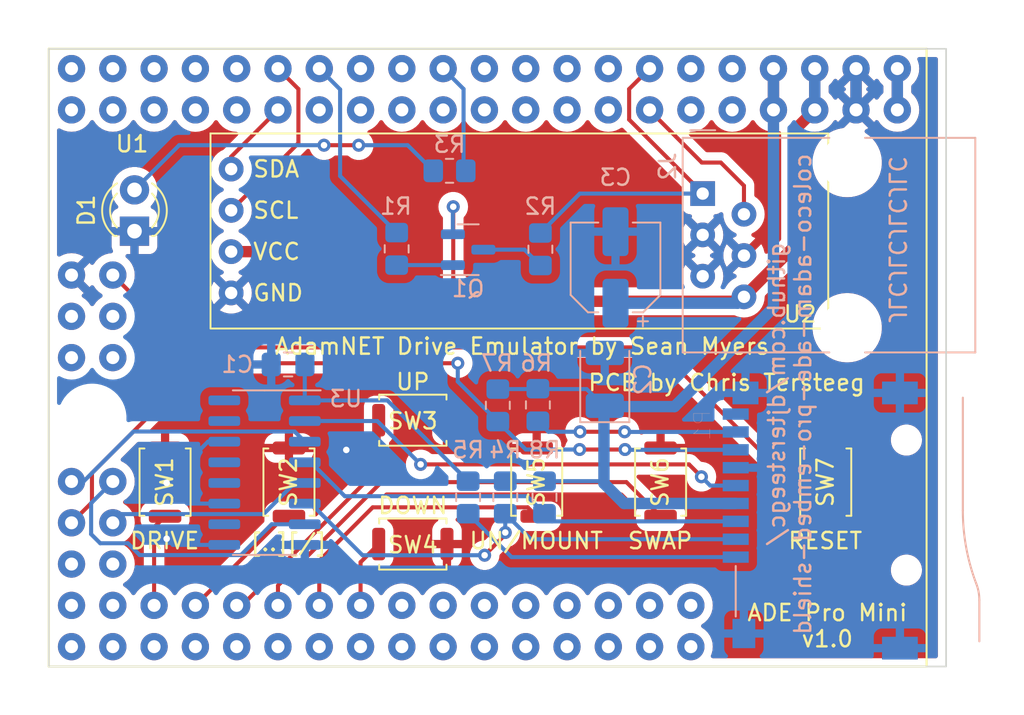
<source format=kicad_pcb>
(kicad_pcb (version 20211014) (generator pcbnew)
  (layers (0 "F.Cu" signal) (31 "B.Cu" signal) (34 "B.Paste" user) (35 "F.Paste" user) (36 "B.SilkS" user "B.Silkscreen") (37 "F.SilkS" user "F.Silkscreen") (38 "B.Mask" user) (39 "F.Mask" user) (44 "Edge.Cuts" user))
  (net 0 "")
  (net 1 "Net-(U1-PadVIN_1)")
  (net 61 "/D33")
  (net 62 "/D35")
  (net 63 "/D37")
  (net 64 "/D43")
  (net 65 "/D41")
  (net 66 "/D39")
  (net 67 "/AdamNetRx")
  (net 68 "/AdamNetReset")
  (net 69 "GND")
  (net 70 "+5V")
  (net 71 "/AdamNetTx")
  (net 72 "/RESET")
  (net 73 "/D21")
  (net 74 "/D20")
  (net 75 "Net-(D1-Pad2)")
  (net 76 "/D13")
  (net 77 "Net-(Q1-Pad1)")
  (net 78 "Net-(Q1-Pad3)")
  (net 79 "+3.3V")
  (net 80 "Net-(P1-Pad1)")
  (net 81 "Net-(P1-Pad2)")
  (net 82 "Net-(P1-Pad3)")
  (net 83 "Net-(P1-Pad5)")
  (net 84 "/MISO")
  (net 85 "Net-(P1-Pad8)")
  (net 86 "/CS")
  (net 87 "/SCK")
  (net 88 "/MOSI")
  (footprint "Button_Switch_SMD:SW_Push_SPST_NO_Alps_SKRK" (layer "F.Cu") (at 134.775 92.6592 90)
    (fp_text reference "SW2" (at 0 -0.028 90) (layer "F.SilkS"))
    (fp_text value "[..][/]" (at -3.7338 -0.028 180) (layer "F.SilkS"))
    (fp_line (start -2.07 -1.27) (end -2.07 -1.57) (layer "F.SilkS") (width 0.12))
    (fp_line (start -2.07 -1.57) (end 2.07 -1.57) (layer "F.SilkS") (width 0.12))
    (fp_line (start 2.07 -1.57) (end 2.07 -1.27) (layer "F.SilkS") (width 0.12))
    (fp_line (start 2.07 1.27) (end 2.07 1.57) (layer "F.SilkS") (width 0.12))
    (fp_line (start 2.07 1.57) (end -2.07 1.57) (layer "F.SilkS") (width 0.12))
    (fp_line (start -2.07 1.57) (end -2.07 1.27) (layer "F.SilkS") (width 0.12))
    (pad "1" smd roundrect (at -2.1 0 90) (size 0.8 2) (layers "F.Cu" "F.Paste" "F.Mask") (net 65 "/D41"))
    (pad "2" smd roundrect (at 2.1 0 90) (size 0.8 2) (layers "F.Cu" "F.Paste" "F.Mask") (net 69 "GND"))
  )
  (footprint "Button_Switch_SMD:SW_Push_SPST_NO_Alps_SKRK" (layer "F.Cu") (at 142.395 88.8492)
    (fp_text reference "SW3" (at 0 0.0508) (layer "F.SilkS"))
    (fp_text value "UP" (at 0 -2.3622) (layer "F.SilkS"))
    (fp_line (start 2.07 1.27) (end 2.07 1.57) (layer "F.SilkS") (width 0.12))
    (fp_line (start -2.07 -1.57) (end 2.07 -1.57) (layer "F.SilkS") (width 0.12))
    (fp_line (start 2.07 -1.57) (end 2.07 -1.27) (layer "F.SilkS") (width 0.12))
    (fp_line (start 2.07 1.57) (end -2.07 1.57) (layer "F.SilkS") (width 0.12))
    (fp_line (start -2.07 -1.27) (end -2.07 -1.57) (layer "F.SilkS") (width 0.12))
    (fp_line (start -2.07 1.57) (end -2.07 1.27) (layer "F.SilkS") (width 0.12))
    (pad "1" smd roundrect (at -2.1 0) (size 0.8 2) (layers "F.Cu" "F.Paste" "F.Mask") (net 66 "/D39"))
    (pad "2" smd roundrect (at 2.1 0) (size 0.8 2) (layers "F.Cu" "F.Paste" "F.Mask") (net 69 "GND"))
  )
  (footprint "Button_Switch_SMD:SW_Push_SPST_NO_Alps_SKRK" (layer "F.Cu") (at 157.635 92.6592 90)
    (fp_text reference "SW6" (at 0 -0.028 90) (layer "F.SilkS"))
    (fp_text value "SWAP" (at -3.6068 -0.028 180) (layer "F.SilkS"))
    (fp_line (start -2.07 -1.27) (end -2.07 -1.57) (layer "F.SilkS") (width 0.12))
    (fp_line (start 2.07 1.27) (end 2.07 1.57) (layer "F.SilkS") (width 0.12))
    (fp_line (start -2.07 1.57) (end -2.07 1.27) (layer "F.SilkS") (width 0.12))
    (fp_line (start 2.07 -1.57) (end 2.07 -1.27) (layer "F.SilkS") (width 0.12))
    (fp_line (start -2.07 -1.57) (end 2.07 -1.57) (layer "F.SilkS") (width 0.12))
    (fp_line (start 2.07 1.57) (end -2.07 1.57) (layer "F.SilkS") (width 0.12))
    (pad "1" smd roundrect (at -2.1 0 90) (size 0.8 2) (layers "F.Cu" "F.Paste" "F.Mask") (net 63 "/D37"))
    (pad "2" smd roundrect (at 2.1 0 90) (size 0.8 2) (layers "F.Cu" "F.Paste" "F.Mask") (net 69 "GND"))
  )
  (footprint "LED_THT:LED_D3.0mm" (layer "F.Cu") (at 125.2728 77.221 90)
    (fp_text reference "D1" (at 1.27 -2.96 90) (layer "F.SilkS"))
    (fp_text value "LED")
    (fp_line (start -0.29 -1.236) (end -0.29 -1.08) (layer "F.SilkS") (width 0.12))
    (fp_line (start -0.29 1.08) (end -0.29 1.236) (layer "F.SilkS") (width 0.12))
    (fp_arc (start 0.229039 -1.08) (mid 1.270117 -1.5) (end 2.31113 -1.079837) (layer "F.SilkS") (width 0.12))
    (fp_arc (start 2.31113 1.079837) (mid 1.270117 1.5) (end 0.229039 1.08) (layer "F.SilkS") (width 0.12))
    (fp_arc (start -0.29 -1.235516) (mid 1.366487 -1.987659) (end 2.942335 -1.078608) (layer "F.SilkS") (width 0.12))
    (fp_arc (start 2.942335 1.078608) (mid 1.366487 1.987659) (end -0.29 1.235516) (layer "F.SilkS") (width 0.12))
    (pad "1" thru_hole rect (at 0 0 90) (size 1.8 1.8) (drill 0.9) (layers *.Cu *.Mask) (net 69 "GND"))
    (pad "2" thru_hole circle (at 2.54 0 90) (size 1.8 1.8) (drill 0.9) (layers *.Cu *.Mask) (net 75 "Net-(D1-Pad2)"))
  )
  (footprint "Button_Switch_SMD:SW_Push_SPST_NO_Alps_SKRK" (layer "F.Cu") (at 167.795 92.6592 90)
    (fp_text reference "SW7" (at 0 -0.028 90) (layer "F.SilkS"))
    (fp_text value "RESET" (at -3.6068 -0.028 180) (layer "F.SilkS"))
    (fp_line (start -2.07 -1.27) (end -2.07 -1.57) (layer "F.SilkS") (width 0.12))
    (fp_line (start 2.07 1.27) (end 2.07 1.57) (layer "F.SilkS") (width 0.12))
    (fp_line (start -2.07 1.57) (end -2.07 1.27) (layer "F.SilkS") (width 0.12))
    (fp_line (start 2.07 -1.57) (end 2.07 -1.27) (layer "F.SilkS") (width 0.12))
    (fp_line (start -2.07 -1.57) (end 2.07 -1.57) (layer "F.SilkS") (width 0.12))
    (fp_line (start 2.07 1.57) (end -2.07 1.57) (layer "F.SilkS") (width 0.12))
    (pad "1" smd roundrect (at -2.1 0 90) (size 0.8 2) (layers "F.Cu" "F.Paste" "F.Mask") (net 72 "/RESET"))
    (pad "2" smd roundrect (at 2.1 0 90) (size 0.8 2) (layers "F.Cu" "F.Paste" "F.Mask") (net 69 "GND"))
  )
  (footprint "Button_Switch_SMD:SW_Push_SPST_NO_Alps_SKRK" (layer "F.Cu") (at 150.015 92.6592 90)
    (fp_text reference "SW5" (at 0 -0.028 90) (layer "F.SilkS"))
    (fp_text value "UN/MOUNT" (at -3.6068 -0.028 180) (layer "F.SilkS"))
    (fp_line (start -2.07 1.57) (end -2.07 1.27) (layer "F.SilkS") (width 0.12))
    (fp_line (start -2.07 -1.57) (end 2.07 -1.57) (layer "F.SilkS") (width 0.12))
    (fp_line (start 2.07 -1.57) (end 2.07 -1.27) (layer "F.SilkS") (width 0.12))
    (fp_line (start 2.07 1.57) (end -2.07 1.57) (layer "F.SilkS") (width 0.12))
    (fp_line (start -2.07 -1.27) (end -2.07 -1.57) (layer "F.SilkS") (width 0.12))
    (fp_line (start 2.07 1.27) (end 2.07 1.57) (layer "F.SilkS") (width 0.12))
    (pad "1" smd roundrect (at -2.1 0 90) (size 0.8 2) (layers "F.Cu" "F.Paste" "F.Mask") (net 62 "/D35"))
    (pad "2" smd roundrect (at 2.1 0 90) (size 0.8 2) (layers "F.Cu" "F.Paste" "F.Mask") (net 69 "GND"))
  )
  (footprint "SnapEDA Library:MODULE_MEGA_PRO_EMBED_CH340G___ATMEGA2560" (layer "F.Cu") (at 147 85 180)
    (fp_text reference "U1" (at 21.8796 13.1434) (layer "F.SilkS"))
    (fp_text value "MEGA_PRO_EMBED_CH340G_{slash}_ATMEGA2560")
    (fp_line (start -27 19) (end -27 -19) (layer "F.SilkS") (width 0.127))
    (fp_line (start -27 19) (end 27 19) (layer "F.SilkS") (width 0.127))
    (fp_line (start 27 19) (end 27 -19) (layer "F.SilkS") (width 0.127))
    (fp_line (start -27 -19) (end 27 -19) (layer "F.SilkS") (width 0.127))
    (pad "" np_thru_hole circle (at 24.33 -3.71 180) (size 3.2 3.2) (drill 3.2) (layers F&B.Cu *.Mask))
    (pad "3V3_1" thru_hole circle (at -17.58 17.78 180) (size 1.6764 1.6764) (drill 0.8) (layers *.Cu *.Mask) (net 79 "+3.3V"))
    (pad "3V3_2" thru_hole circle (at -17.58 15.24 180) (size 1.6764 1.6764) (drill 0.8) (layers *.Cu *.Mask) (net 79 "+3.3V"))
    (pad "5V_1" thru_hole circle (at -20.12 17.78 180) (size 1.6764 1.6764) (drill 0.8) (layers *.Cu *.Mask) (net 70 "+5V"))
    (pad "5V_2" thru_hole circle (at -20.12 15.24 180) (size 1.6764 1.6764) (drill 0.8) (layers *.Cu *.Mask) (net 70 "+5V"))
    (pad "5V_3" thru_hole circle (at 25.6 0 180) (size 1.6764 1.6764) (drill 0.8) (layers *.Cu *.Mask) (net 70 "+5V"))
    (pad "A0" thru_hole circle (at -12.5 -17.78 180) (size 1.6764 1.6764) (drill 0.8) (layers *.Cu *.Mask))
    (pad "A1" thru_hole circle (at -12.5 -15.24 180) (size 1.6764 1.6764) (drill 0.8) (layers *.Cu *.Mask))
    (pad "A2" thru_hole circle (at -9.96 -17.78 180) (size 1.6764 1.6764) (drill 0.8) (layers *.Cu *.Mask))
    (pad "A3" thru_hole circle (at -9.96 -15.24 180) (size 1.6764 1.6764) (drill 0.8) (layers *.Cu *.Mask))
    (pad "A4" thru_hole circle (at -7.42 -17.78 180) (size 1.6764 1.6764) (drill 0.8) (layers *.Cu *.Mask))
    (pad "A5" thru_hole circle (at -7.42 -15.24 180) (size 1.6764 1.6764) (drill 0.8) (layers *.Cu *.Mask))
    (pad "A6" thru_hole circle (at -4.88 -17.78 180) (size 1.6764 1.6764) (drill 0.8) (layers *.Cu *.Mask))
    (pad "A7" thru_hole circle (at -4.88 -15.24 180) (size 1.6764 1.6764) (drill 0.8) (layers *.Cu *.Mask))
    (pad "A8" thru_hole circle (at -2.34 -17.78 180) (size 1.6764 1.6764) (drill 0.8) (layers *.Cu *.Mask))
    (pad "A9" thru_hole circle (at -2.34 -15.24 180) (size 1.6764 1.6764) (drill 0.8) (layers *.Cu *.Mask))
    (pad "A10" thru_hole circle (at 0.2 -17.78 180) (size 1.6764 1.6764) (drill 0.8) (layers *.Cu *.Mask))
    (pad "A11" thru_hole circle (at 0.2 -15.24 180) (size 1.6764 1.6764) (drill 0.8) (layers *.Cu *.Mask))
    (pad "A12" thru_hole circle (at 2.74 -17.78 180) (size 1.6764 1.6764) (drill 0.8) (layers *.Cu *.Mask))
    (pad "A13" thru_hole circle (at 2.74 -15.24 180) (size 1.6764 1.6764) (drill 0.8) (layers *.Cu *.Mask))
    (pad "A14" thru_hole circle (at 5.28 -17.78 180) (size 1.6764 1.6764) (drill 0.8) (layers *.Cu *.Mask))
    (pad "A15" thru_hole circle (at 5.28 -15.24 180) (size 1.6764 1.6764) (drill 0.8) (layers *.Cu *.Mask))
    (pad "AREF" thru_hole circle (at -15.04 15.24 180) (size 1.6764 1.6764) (drill 0.8) (layers *.Cu *.Mask))
    (pad "D2" thru_hole circle (at -9.96 15.24 180) (size 1.6764 1.6764) (drill 0.8) (layers *.Cu *.Mask) (net 68 "/AdamNetReset"))
    (pad "D3" thru_hole circle (at -9.96 17.78 180) (size 1.6764 1.6764) (drill 0.8) (layers *.Cu *.Mask) (net 67 "/AdamNetRx"))
    (pad "D4" thru_hole circle (at -7.42 15.24 180) (size 1.6764 1.6764) (drill 0.8) (layers *.Cu *.Mask))
    (pad "D5" thru_hole circle (at -7.42 17.78 180) (size 1.6764 1.6764) (drill 0.8) (layers *.Cu *.Mask))
    (pad "D6" thru_hole circle (at -4.88 15.24 180) (size 1.6764 1.6764) (drill 0.8) (layers *.Cu *.Mask))
    (pad "D7" thru_hole circle (at -4.88 17.78 180) (size 1.6764 1.6764) (drill 0.8) (layers *.Cu *.Mask))
    (pad "D8" thru_hole circle (at -2.34 15.24 180) (size 1.6764 1.6764) (drill 0.8) (layers *.Cu *.Mask))
    (pad "D9" thru_hole circle (at -2.34 17.78 180) (size 1.6764 1.6764) (drill 0.8) (layers *.Cu *.Mask))
    (pad "D10" thru_hole circle (at 0.2 15.24 180) (size 1.6764 1.6764) (drill 0.8) (layers *.Cu *.Mask))
    (pad "D11" thru_hole circle (at 0.2 17.78 180) (size 1.6764 1.6764) (drill 0.8) (layers *.Cu *.Mask))
    (pad "D12" thru_hole circle (at 2.74 15.24 180) (size 1.6764 1.6764) (drill 0.8) (layers *.Cu *.Mask))
    (pad "D13" thru_hole circle (at 2.74 17.78 180) (size 1.6764 1.6764) (drill 0.8) (layers *.Cu *.Mask) (net 76 "/D13"))
    (pad "D14" thru_hole circle (at 5.28 15.24 180) (size 1.6764 1.6764) (drill 0.8) (layers *.Cu *.Mask))
    (pad "D15" thru_hole circle (at 5.28 17.78 180) (size 1.6764 1.6764) (drill 0.8) (layers *.Cu *.Mask))
    (pad "D16" thru_hole circle (at 7.82 15.24 180) (size 1.6764 1.6764) (drill 0.8) (layers *.Cu *.Mask))
    (pad "D17" thru_hole circle (at 7.82 17.78 180) (size 1.6764 1.6764) (drill 0.8) (layers *.Cu *.Mask))
    (pad "D18" thru_hole circle (at 10.36 15.24 180) (size 1.6764 1.6764) (drill 0.8) (layers *.Cu *.Mask))
    (pad "D19" thru_hole circle (at 10.36 17.78 180) (size 1.6764 1.6764) (drill 0.8) (layers *.Cu *.Mask) (net 71 "/AdamNetTx"))
    (pad "D20" thru_hole circle (at 12.9 15.24 180) (size 1.6764 1.6764) (drill 0.8) (layers *.Cu *.Mask) (net 74 "/D20"))
    (pad "D21" thru_hole circle (at 12.9 17.78 180) (size 1.6764 1.6764) (drill 0.8) (layers *.Cu *.Mask) (net 73 "/D21"))
    (pad "D22" thru_hole circle (at 15.44 15.24 180) (size 1.6764 1.6764) (drill 0.8) (layers *.Cu *.Mask))
    (pad "D23" thru_hole circle (at 15.44 17.78 180) (size 1.6764 1.6764) (drill 0.8) (layers *.Cu *.Mask))
    (pad "D24" thru_hole circle (at 17.98 15.24 180) (size 1.6764 1.6764) (drill 0.8) (layers *.Cu *.Mask))
    (pad "D25" thru_hole circle (at 17.98 17.78 180) (size 1.6764 1.6764) (drill 0.8) (layers *.Cu *.Mask))
    (pad "D26" thru_hole circle (at 20.52 15.24 180) (size 1.6764 1.6764) (drill 0.8) (layers *.Cu *.Mask))
    (pad "D27" thru_hole circle (at 20.52 17.78 180) (size 1.6764 1.6764) (drill 0.8) (layers *.Cu *.Mask))
    (pad "D28" thru_hole circle (at 23.06 15.24 180) (size 1.6764 1.6764) (drill 0.8) (layers *.Cu *.Mask))
    (pad "D29" thru_hole circle (at 23.06 17.78 180) (size 1.6764 1.6764) (drill 0.8) (layers *.Cu *.Mask))
    (pad "D30" thru_hole circle (at 25.6 15.24 180) (size 1.6764 1.6764) (drill 0.8) (layers *.Cu *.Mask))
    (pad "D31" thru_hole circle (at 25.6 17.78 180) (size 1.6764 1.6764) (drill 0.8) (layers *.Cu *.Mask))
    (pad "D32" thru_hole circle (at 7.82 -17.78 180) (size 1.6764 1.6764) (drill 0.8) (layers *.Cu *.Mask))
    (pad "D33" thru_hole circle (at 7.82 -15.24 180) (size 1.6764 1.6764) (drill 0.8) (layers *.Cu *.Mask) (net 61 "/D33"))
    (pad "D34" thru_hole circle (at 10.36 -17.78 180) (size 1.6764 1.6764) (drill 0.8) (layers *.Cu *.Mask))
    (pad "D35" thru_hole circle (at 10.36 -15.24 180) (size 1.6764 1.6764) (drill 0.8) (layers *.Cu *.Mask) (net 62 "/D35"))
    (pad "D36" thru_hole circle (at 12.9 -17.78 180) (size 1.6764 1.6764) (drill 0.8) (layers *.Cu *.Mask))
    (pad "D37" thru_hole circle (at 12.9 -15.24 180) (size 1.6764 1.6764) (drill 0.8) (layers *.Cu *.Mask) (net 63 "/D37"))
    (pad "D38" thru_hole circle (at 15.44 -17.78 180) (size 1.6764 1.6764) (drill 0.8) (layers *.Cu *.Mask))
    (pad "D39" thru_hole circle (at 15.44 -15.24 180) (size 1.6764 1.6764) (drill 0.8) (layers *.Cu *.Mask) (net 66 "/D39"))
    (pad "D40" thru_hole circle (at 17.98 -17.78 180) (size 1.6764 1.6764) (drill 0.8) (layers *.Cu *.Mask))
    (pad "D41" thru_hole circle (at 17.98 -15.24 180) (size 1.6764 1.6764) (drill 0.8) (layers *.Cu *.Mask) (net 65 "/D41"))
    (pad "D42" thru_hole circle (at 20.52 -17.78 180) (size 1.6764 1.6764) (drill 0.8) (layers *.Cu *.Mask))
    (pad "D43" thru_hole circle (at 20.52 -15.24 180) (size 1.6764 1.6764) (drill 0.8) (layers *.Cu *.Mask) (net 64 "/D43"))
    (pad "D44" thru_hole circle (at 23.06 -17.78 180) (size 1.6764 1.6764) (drill 0.8) (layers *.Cu *.Mask))
    (pad "D45" thru_hole circle (at 23.06 -15.24 180) (size 1.6764 1.6764) (drill 0.8) (layers *.Cu *.Mask))
    (pad "D46" thru_hole circle (at 25.6 -17.78 180) (size 1.6764 1.6764) (drill 0.8) (layers *.Cu *.Mask))
    (pad "D47" thru_hole circle (at 25.6 -15.24 180) (size 1.6764 1.6764) (drill 0.8) (layers *.Cu *.Mask))
    (pad "D48" thru_hole circle (at 25.6 -12.7 180) (size 1.6764 1.6764) (drill 0.8) (layers *.Cu *.Mask))
    (pad "D49" thru_hole circle (at 23.06 -12.7 180) (size 1.6764 1.6764) (drill 0.8) (layers *.Cu *.Mask))
    (pad "D50" thru_hole circle (at 25.6 -10.16 180) (size 1.6764 1.6764) (drill 0.8) (layers *.Cu *.Mask) (net 84 "/MISO"))
    (pad "D51" thru_hole circle (at 23.06 -10.16 180) (size 1.6764 1.6764) (drill 0.8) (layers *.Cu *.Mask) (net 88 "/MOSI"))
    (pad "D52" thru_hole circle (at 25.6 -7.62 180) (size 1.6764 1.6764) (drill 0.8) (layers *.Cu *.Mask) (net 87 "/SCK"))
    (pad "D53" thru_hole circle (at 23.06 -7.62 180) (size 1.6764 1.6764) (drill 0.8) (layers *.Cu *.Mask) (net 86 "/CS"))
    (pad "GND_1" thru_hole circle (at -22.66 17.78 180) (size 1.6764 1.6764) (drill 0.8) (layers *.Cu *.Mask) (net 69 "GND"))
    (pad "GND_2" thru_hole circle (at -22.66 15.24 180) (size 1.6764 1.6764) (drill 0.8) (layers *.Cu *.Mask) (net 69 "GND"))
    (pad "GND_3" thru_hole circle (at 25.6 5.08 180) (size 1.6764 1.6764) (drill 0.8) (layers *.Cu *.Mask) (net 69 "GND"))
    (pad "MISO" thru_hole circle (at 23.06 0 180) (size 1.6764 1.6764) (drill 0.8) (layers *.Cu *.Mask))
    (pad "MOSI" thru_hole circle (at 25.6 2.54 180) (size 1.6764 1.6764) (drill 0.8) (layers *.Cu *.Mask))
    (pad "RESET" thru_hole circle (at 23.06 5.08 180) (size 1.6764 1.6764) (drill 0.8) (layers *.Cu *.Mask) (net 72 "/RESET"))
    (pad "RST" thru_hole circle (at -15.04 17.78 180) (size 1.6764 1.6764) (drill 0.8) (layers *.Cu *.Mask))
    (pad "RX" thru_hole circle (at -12.5 15.24 180) (size 1.6764 1.6764) (drill 0.8) (layers *.Cu *.Mask))
    (pad "SCK" thru_hole circle (at 23.06 2.54 180) (size 1.6764 1.6764) (drill 0.8) (layers *.Cu *.Mask))
    (pad "TX" thru_hole circle (at -12.5 17.78 180) (size 1.6764 1.6764) (drill 0.8) (layers *.Cu *.Mask))
    (pad "VIN_1" thru_hole circle (at -25.2 17.78 180) (size 1.6764 1.6764) (drill 0.8) (layers *.Cu *.Mask) (net 1 "Net-(U1-PadVIN_1)"))
    (pad "VIN_2" thru_hole circle (at -25.2 15.24 180) (size 1.6764 1.6764) (drill 0.8) (layers *.Cu *.Mask) (net 1 "Net-(U1-PadVIN_1)"))
  )
  (footprint "Button_Switch_SMD:SW_Push_SPST_NO_Alps_SKRK" (layer "F.Cu") (at 127.155 92.6592 90)
    (fp_text reference "SW1" (at 0 -0.028 90) (layer "F.SilkS"))
    (fp_text value "DRIVE" (at -3.6068 -0.028 180) (layer "F.SilkS"))
    (fp_line (start -2.07 -1.27) (end -2.07 -1.57) (layer "F.SilkS") (width 0.12))
    (fp_line (start 2.07 1.57) (end -2.07 1.57) (layer "F.SilkS") (width 0.12))
    (fp_line (start -2.07 1.57) (end -2.07 1.27) (layer "F.SilkS") (width 0.12))
    (fp_line (start 2.07 1.27) (end 2.07 1.57) (layer "F.SilkS") (width 0.12))
    (fp_line (start 2.07 -1.57) (end 2.07 -1.27) (layer "F.SilkS") (width 0.12))
    (fp_line (start -2.07 -1.57) (end 2.07 -1.57) (layer "F.SilkS") (width 0.12))
    (pad "1" smd roundrect (at -2.1 0 90) (size 0.8 2) (layers "F.Cu" "F.Paste" "F.Mask") (net 64 "/D43"))
    (pad "2" smd roundrect (at 2.1 0 90) (size 0.8 2) (layers "F.Cu" "F.Paste" "F.Mask") (net 69 "GND"))
  )
  (footprint "Tersteeg:OLED-0.91-128x32" (layer "F.Cu") (at 131.22 73.4)
    (fp_text reference "U2" (at 34.9976 8.9214 unlocked) (layer "F.SilkS"))
    (fp_text value "OLED-0.91-128x32")
    (fp_text user "GND" (at 1.27 7.62 unlocked) (layer "F.SilkS") (effects (justify left)))
    (fp_text user "SDA" (at 1.27 0 unlocked) (layer "F.SilkS") (effects (justify left)))
    (fp_text user "VCC" (at 1.27 5.08 unlocked) (layer "F.SilkS") (effects (justify left)))
    (fp_text user "SCL" (at 1.27 2.54 unlocked) (layer "F.SilkS") (effects (justify left)))
    (fp_rect (start -1.27 -2.19) (end 36.73 9.81) (layer "F.SilkS") (width 0.12) (fill none))
    (pad "1" thru_hole circle (at 0 7.62) (size 1.524 1.524) (drill 0.762) (layers *.Cu *.Mask) (net 69 "GND"))
    (pad "2" thru_hole circle (at 0 5.08) (size 1.524 1.524) (drill 0.762) (layers *.Cu *.Mask) (net 70 "+5V"))
    (pad "3" thru_hole circle (at 0 2.54) (size 1.524 1.524) (drill 0.762) (layers *.Cu *.Mask) (net 73 "/D21"))
    (pad "4" thru_hole circle (at 0 0) (size 1.524 1.524) (drill 0.762) (layers *.Cu *.Mask) (net 74 "/D20"))
  )
  (footprint "Button_Switch_SMD:SW_Push_SPST_NO_Alps_SKRK" (layer "F.Cu") (at 142.395 96.4692)
    (fp_text reference "SW4" (at 0 0.0508) (layer "F.SilkS"))
    (fp_text value "DOWN" (at 0 -2.3622) (layer "F.SilkS"))
    (fp_line (start 2.07 1.57) (end -2.07 1.57) (layer "F.SilkS") (width 0.12))
    (fp_line (start -2.07 1.57) (end -2.07 1.27) (layer "F.SilkS") (width 0.12))
    (fp_line (start -2.07 -1.27) (end -2.07 -1.57) (layer "F.SilkS") (width 0.12))
    (fp_line (start 2.07 1.27) (end 2.07 1.57) (layer "F.SilkS") (width 0.12))
    (fp_line (start 2.07 -1.57) (end 2.07 -1.27) (layer "F.SilkS") (width 0.12))
    (fp_line (start -2.07 -1.57) (end 2.07 -1.57) (layer "F.SilkS") (width 0.12))
    (pad "1" smd roundrect (at -2.1 0) (size 0.8 2) (layers "F.Cu" "F.Paste" "F.Mask") (net 61 "/D33"))
    (pad "2" smd roundrect (at 2.1 0) (size 0.8 2) (layers "F.Cu" "F.Paste" "F.Mask") (net 69 "GND"))
  )
  (footprint "Resistor_SMD:R_0805_2012Metric_Pad1.20x1.40mm_HandSolder" (layer "B.Cu") (at 144.653 73.5076)
    (fp_text reference "R3" (at 0 -1.6256) (layer "B.SilkS") (effects (justify mirror)))
    (fp_text value "330R")
    (fp_line (start -0.227064 0.735) (end 0.227064 0.735) (layer "B.SilkS") (width 0.12))
    (fp_line (start -0.227064 -0.735) (end 0.227064 -0.735) (layer "B.SilkS") (width 0.12))
    (pad "1" smd roundrect (at -1 0) (size 1.2 1.4) (layers "B.Cu" "B.Paste" "B.Mask") (roundrect_rratio 0.2083333333) (net 75 "Net-(D1-Pad2)"))
    (pad "2" smd roundrect (at 1 0) (size 1.2 1.4) (layers "B.Cu" "B.Paste" "B.Mask") (roundrect_rratio 0.2083333333) (net 76 "/D13"))
  )
  (footprint "Resistor_SMD:R_0805_2012Metric_Pad1.20x1.40mm_HandSolder" (layer "B.Cu") (at 150.241 78.3336 -90)
    (fp_text reference "R2" (at -2.6416 0 180) (layer "B.SilkS") (effects (justify mirror)))
    (fp_text value "33R")
    (fp_line (start -0.227064 -0.735) (end 0.227064 -0.735) (layer "B.SilkS") (width 0.12))
    (fp_line (start -0.227064 0.735) (end 0.227064 0.735) (layer "B.SilkS") (width 0.12))
    (pad "1" smd roundrect (at -1 0 270) (size 1.2 1.4) (layers "B.Cu" "B.Paste" "B.Mask") (roundrect_rratio 0.2083333333) (net 67 "/AdamNetRx"))
    (pad "2" smd roundrect (at 1 0 270) (size 1.2 1.4) (layers "B.Cu" "B.Paste" "B.Mask") (roundrect_rratio 0.2083333333) (net 78 "Net-(Q1-Pad3)"))
  )
  (footprint "Resistor_SMD:R_0805_2012Metric_Pad1.20x1.40mm_HandSolder" (layer "B.Cu") (at 148.082 93.599 -90)
    (fp_text reference "R4" (at -2.921 0 180) (layer "B.SilkS") (effects (justify mirror)))
    (fp_text value "10K")
    (fp_line (start -0.227064 -0.735) (end 0.227064 -0.735) (layer "B.SilkS") (width 0.12))
    (fp_line (start -0.227064 0.735) (end 0.227064 0.735) (layer "B.SilkS") (width 0.12))
    (pad "1" smd roundrect (at -1 0 270) (size 1.2 1.4) (layers "B.Cu" "B.Paste" "B.Mask") (roundrect_rratio 0.2083333333) (net 79 "+3.3V"))
    (pad "2" smd roundrect (at 1 0 270) (size 1.2 1.4) (layers "B.Cu" "B.Paste" "B.Mask") (roundrect_rratio 0.2083333333) (net 81 "Net-(P1-Pad2)"))
  )
  (footprint "Capacitor_Tantalum_SMD:CP_EIA-3528-21_Kemet-B_Pad1.50x2.35mm_HandSolder" (layer "B.Cu") (at 154.2034 86.3346 90)
    (fp_text reference "C2" (at 0 2.35 270) (layer "B.SilkS") (effects (justify mirror)))
    (fp_text value "47uF 10V")
    (fp_line (start -2.635 1.51) (end -2.635 -1.51) (layer "B.SilkS") (width 0.12))
    (fp_line (start -2.635 -1.51) (end 1.75 -1.51) (layer "B.SilkS") (width 0.12))
    (fp_line (start 1.75 1.51) (end -2.635 1.51) (layer "B.SilkS") (width 0.12))
    (pad "1" smd roundrect (at -1.625 0 90) (size 1.5 2.35) (layers "B.Cu" "B.Paste" "B.Mask") (roundrect_rratio 0.1666673333) (net 79 "+3.3V"))
    (pad "2" smd roundrect (at 1.625 0 90) (size 1.5 2.35) (layers "B.Cu" "B.Paste" "B.Mask") (roundrect_rratio 0.1666673333) (net 69 "GND"))
  )
  (footprint "Resistor_SMD:R_0805_2012Metric_Pad1.20x1.40mm_HandSolder" (layer "B.Cu") (at 150.0886 87.9094 -90)
    (fp_text reference "R6" (at -2.5654 0.1016 180) (layer "B.SilkS") (effects (justify mirror)))
    (fp_text value "10K")
    (fp_line (start -0.227064 -0.735) (end 0.227064 -0.735) (layer "B.SilkS") (width 0.12))
    (fp_line (start -0.227064 0.735) (end 0.227064 0.735) (layer "B.SilkS") (width 0.12))
    (pad "1" smd roundrect (at -1 0 270) (size 1.2 1.4) (layers "B.Cu" "B.Paste" "B.Mask") (roundrect_rratio 0.2083333333) (net 79 "+3.3V"))
    (pad "2" smd roundrect (at 1 0 270) (size 1.2 1.4) (layers "B.Cu" "B.Paste" "B.Mask") (roundrect_rratio 0.2083333333) (net 85 "Net-(P1-Pad8)"))
  )
  (footprint "Capacitor_SMD:C_0805_2012Metric_Pad1.18x1.45mm_HandSolder" (layer "B.Cu") (at 134.7216 85.4202)
    (fp_text reference "C1" (at -3.1242 0) (layer "B.SilkS") (effects (justify mirror)))
    (fp_text value "0.1uF")
    (fp_line (start -0.261252 -0.735) (end 0.261252 -0.735) (layer "B.SilkS") (width 0.12))
    (fp_line (start -0.261252 0.735) (end 0.261252 0.735) (layer "B.SilkS") (width 0.12))
    (pad "1" smd roundrect (at -1.0375 0) (size 1.175 1.45) (layers "B.Cu" "B.Paste" "B.Mask") (roundrect_rratio 0.2127659574) (net 69 "GND"))
    (pad "2" smd roundrect (at 1.0375 0) (size 1.175 1.45) (layers "B.Cu" "B.Paste" "B.Mask") (roundrect_rratio 0.2127659574) (net 79 "+3.3V"))
  )
  (footprint "Connector_RJ:RJ12_Amphenol_54601" (layer "B.Cu") (at 160.2256 74.9096 -90)
    (fp_text reference "J2" (at -1.67 2.16 90) (layer "B.SilkS") (effects (justify mirror)))
    (fp_text value "RJ12")
    (fp_line (start 9.77 1.23) (end 9.77 -7.79) (layer "B.SilkS") (width 0.12))
    (fp_line (start -3.43 -7.72) (end -3.43 -7.79) (layer "B.SilkS") (width 0.1))
    (fp_line (start 9.77 -16.77) (end 9.77 -9.99) (layer "B.SilkS") (width 0.12))
    (fp_line (start 9.77 -16.77) (end -3.43 -16.77) (layer "B.SilkS") (width 0.12))
    (fp_line (start -3.9 -0.77) (end -3.9 0.76) (layer "B.SilkS") (width 0.12))
    (fp_line (start -3.43 -7.79) (end -3.43 1.23) (layer "B.SilkS") (width 0.12))
    (fp_line (start -3.43 -16.77) (end -3.43 -9.99) (layer "B.SilkS") (width 0.12))
    (fp_line (start -3.43 1.23) (end 9.77 1.23) (layer "B.SilkS") (width 0.12))
    (fp_line (start 9.77 -16.65) (end 9.77 -16.77) (layer "B.SilkS") (width 0.1))
    (fp_line (start 9.77 -16.76) (end 9.77 -16.77) (layer "B.SilkS") (width 0.1))
    (pad "" np_thru_hole circle (at -1.91 -8.89 270) (size 3.25 3.25) (drill 3.25) (layers *.Cu *.Mask))
    (pad "" np_thru_hole circle (at 8.25 -8.89 270) (size 3.25 3.25) (drill 3.25) (layers *.Cu *.Mask))
    (pad "1" thru_hole rect (at 0 0 270) (size 1.52 1.52) (drill 0.76) (layers *.Cu *.Mask) (net 67 "/AdamNetRx"))
    (pad "2" thru_hole circle (at 1.27 -2.54 270) (size 1.52 1.52) (drill 0.76) (layers *.Cu *.Mask) (net 68 "/AdamNetReset"))
    (pad "3" thru_hole circle (at 2.54 0 270) (size 1.52 1.52) (drill 0.76) (layers *.Cu *.Mask) (net 69 "GND"))
    (pad "4" thru_hole circle (at 3.81 -2.54 270) (size 1.52 1.52) (drill 0.76) (layers *.Cu *.Mask) (net 69 "GND"))
    (pad "5" thru_hole circle (at 5.08 0 270) (size 1.52 1.52) (drill 0.76) (layers *.Cu *.Mask) (net 69 "GND"))
    (pad "6" thru_hole circle (at 6.35 -2.54 270) (size 1.52 1.52) (drill 0.76) (layers *.Cu *.Mask) (net 70 "+5V"))
  )
  (footprint "Package_TO_SOT_SMD:SOT-23" (layer "B.Cu") (at 145.796 78.359)
    (fp_text reference "Q1" (at 0 2.4) (layer "B.SilkS") (effects (justify mirror)))
    (fp_text value "MMBT3906")
    (fp_line (start 0 -1.56) (end 0.65 -1.56) (layer "B.SilkS") (width 0.12))
    (fp_line (start 0 1.56) (end -1.675 1.56) (layer "B.SilkS") (width 0.12))
    (fp_line (start 0 1.56) (end 0.65 1.56) (layer "B.SilkS") (width 0.12))
    (fp_line (start 0 -1.56) (end -0.65 -1.56) (layer "B.SilkS") (width 0.12))
    (pad "1" smd roundrect (at -0.9375 0.95) (size 1.475 0.6) (layers "B.Cu" "B.Paste" "B.Mask") (net 77 "Net-(Q1-Pad1)"))
    (pad "2" smd roundrect (at -0.9375 -0.95) (size 1.475 0.6) (layers "B.Cu" "B.Paste" "B.Mask") (net 70 "+5V"))
    (pad "3" smd roundrect (at 0.9375 0) (size 1.475 0.6) (layers "B.Cu" "B.Paste" "B.Mask") (net 78 "Net-(Q1-Pad3)"))
  )
  (footprint "Resistor_SMD:R_0805_2012Metric_Pad1.20x1.40mm_HandSolder" (layer "B.Cu") (at 147.6248 87.9348 -90)
    (fp_text reference "R7" (at -2.5908 0.0508 180) (layer "B.SilkS") (effects (justify mirror)))
    (fp_text value "10K")
    (fp_line (start -0.227064 0.735) (end 0.227064 0.735) (layer "B.SilkS") (width 0.12))
    (fp_line (start -0.227064 -0.735) (end 0.227064 -0.735) (layer "B.SilkS") (width 0.12))
    (pad "1" smd roundrect (at -1 0 270) (size 1.2 1.4) (layers "B.Cu" "B.Paste" "B.Mask") (roundrect_rratio 0.2083333333) (net 79 "+3.3V"))
    (pad "2" smd roundrect (at 1 0 270) (size 1.2 1.4) (layers "B.Cu" "B.Paste" "B.Mask") (roundrect_rratio 0.2083333333) (net 84 "/MISO"))
  )
  (footprint "Resistor_SMD:R_0805_2012Metric_Pad1.20x1.40mm_HandSolder" (layer "B.Cu") (at 150.495 93.599 -90)
    (fp_text reference "R8" (at -2.921 0 180) (layer "B.SilkS") (effects (justify mirror)))
    (fp_text value "10K")
    (fp_line (start -0.227064 0.735) (end 0.227064 0.735) (layer "B.SilkS") (width 0.12))
    (fp_line (start -0.227064 -0.735) (end 0.227064 -0.735) (layer "B.SilkS") (width 0.12))
    (pad "1" smd roundrect (at -1 0 270) (size 1.2 1.4) (layers "B.Cu" "B.Paste" "B.Mask") (roundrect_rratio 0.2083333333) (net 79 "+3.3V"))
    (pad "2" smd roundrect (at 1 0 270) (size 1.2 1.4) (layers "B.Cu" "B.Paste" "B.Mask") (roundrect_rratio 0.2083333333) (net 82 "Net-(P1-Pad3)"))
  )
  (footprint "ST-TF-003A:SUNTECH_ST-TF-003A" (layer "B.Cu") (at 167.5892 93.7514 -90)
    (fp_text reference "P1" (at -4.57732 7.38873 90) (layer "B.SilkS") (effects (font (size 1.000504 1.000504) (thickness 0.015)) (justify mirror)))
    (fp_text value "ST-TF-003A")
    (fp_line (start 8.699 -9.656) (end 6.1679 -9.656) (layer "B.SilkS") (width 0.127))
    (fp_line (start 7.17 5.33) (end 4.07 5.33) (layer "B.SilkS") (width 0.127))
    (fp_line (start 0.6469 -8.64) (end -6.287 -8.64) (layer "B.SilkS") (width 0.127))
    (fp_arc (start 5.168 -9.472) (mid 5.659551 -9.60964) (end 6.1679 -9.656) (layer "B.SilkS") (width 0.127))
    (fp_arc (start 5.168 -9.472) (mid 2.945408 -8.849733) (end 0.6469 -8.64) (layer "B.SilkS") (width 0.127))
    (pad "" np_thru_hole circle locked (at -3.68 -5.17 270) (size 0.9 0.9) (drill 0.9) (layers *.Cu *.Mask))
    (pad "" np_thru_hole circle locked (at 4.32 -5.17 270) (size 0.9 0.9) (drill 0.9) (layers *.Cu *.Mask))
    (pad "1" smd rect locked (at 3.52 5.33 270) (size 0.7 1.6) (layers "B.Cu" "B.Paste" "B.Mask") (net 80 "Net-(P1-Pad1)"))
    (pad "2" smd rect locked (at 2.42 5.33 270) (size 0.7 1.6) (layers "B.Cu" "B.Paste" "B.Mask") (net 81 "Net-(P1-Pad2)"))
    (pad "3" smd rect locked (at 1.32 5.33 270) (size 0.7 1.6) (layers "B.Cu" "B.Paste" "B.Mask") (net 82 "Net-(P1-Pad3)"))
    (pad "4" smd rect locked (at 0.22 5.33 270) (size 0.7 1.6) (layers "B.Cu" "B.Paste" "B.Mask") (net 79 "+3.3V"))
    (pad "5" smd rect locked (at -0.88 5.33 270) (size 0.7 1.6) (layers "B.Cu" "B.Paste" "B.Mask") (net 83 "Net-(P1-Pad5)"))
    (pad "6" smd rect locked (at -1.98 5.33 270) (size 0.7 1.6) (layers "B.Cu" "B.Paste" "B.Mask") (net 69 "GND"))
    (pad "7" smd rect locked (at -3.08 5.33 270) (size 0.7 1.6) (layers "B.Cu" "B.Paste" "B.Mask") (net 84 "/MISO"))
    (pad "8" smd rect locked (at -4.18 5.33 270) (size 0.7 1.6) (layers "B.Cu" "B.Paste" "B.Mask") (net 85 "Net-(P1-Pad8)"))
    (pad "9" smd rect locked (at -5.28 5.33 270) (size 0.7 1.6) (layers "B.Cu" "B.Paste" "B.Mask"))
    (pad "G1" smd rect locked (at -6.58 4.73 270) (size 1.4 1.6) (layers "B.Cu" "B.Paste" "B.Mask") (net 69 "GND"))
    (pad "G2" smd rect locked (at -6.58 -4.77 270) (size 1.4 2.2) (layers "B.Cu" "B.Paste" "B.Mask") (net 69 "GND"))
    (pad "G3" smd rect locked (at 9.12 -4.77 270) (size 1.4 2.2) (layers "B.Cu" "B.Paste" "B.Mask") (net 69 "GND"))
    (pad "G4" smd rect locked (at 8.22 4.83 270) (size 1.8 1.4) (layers "B.Cu" "B.Paste" "B.Mask") (net 69 "GND"))
  )
  (footprint "Capacitor_SMD:CP_Elec_5x5.8" (layer "B.Cu") (at 154.8638 79.4512 90)
    (fp_text reference "C3" (at 5.5372 0 180) (layer "B.SilkS") (effects (justify mirror)))
    (fp_text value "33uF 6.3V")
    (fp_line (start -1.695563 -2.76) (end 2.76 -2.76) (layer "B.SilkS") (width 0.12))
    (fp_line (start -2.76 1.695563) (end -2.76 1.06) (layer "B.SilkS") (width 0.12))
    (fp_line (start 2.76 -2.76) (end 2.76 -1.06) (layer "B.SilkS") (width 0.12))
    (fp_line (start -1.695563 2.76) (end 2.76 2.76) (layer "B.SilkS") (width 0.12))
    (fp_line (start -3.625 1.685) (end -3 1.685) (layer "B.SilkS") (width 0.12))
    (fp_line (start 2.76 2.76) (end 2.76 1.06) (layer "B.SilkS") (width 0.12))
    (fp_line (start -2.76 -1.695563) (end -1.695563 -2.76) (layer "B.SilkS") (width 0.12))
    (fp_line (start -3.3125 1.9975) (end -3.3125 1.3725) (layer "B.SilkS") (width 0.12))
    (fp_line (start -2.76 -1.695563) (end -2.76 -1.06) (layer "B.SilkS") (width 0.12))
    (fp_line (start -2.76 1.695563) (end -1.695563 2.76) (layer "B.SilkS") (width 0.12))
    (pad "1" smd roundrect (at -2.2 0 90) (size 3 1.6) (layers "B.Cu" "B.Paste" "B.Mask") (roundrect_rratio 0.15625) (net 70 "+5V"))
    (pad "2" smd roundrect (at 2.2 0 90) (size 3 1.6) (layers "B.Cu" "B.Paste" "B.Mask") (roundrect_rratio 0.15625) (net 69 "GND"))
  )
  (footprint "Package_SO:SOIC-16_3.9x9.9mm_P1.27mm" (layer "B.Cu") (at 133.2738 92.075 180)
    (fp_text reference "U3" (at -5.0038 4.5466) (layer "B.SilkS") (effects (justify mirror)))
    (fp_text value "74HC4050D")
    (fp_line (start 0 5.06) (end 1.95 5.06) (layer "B.SilkS") (width 0.12))
    (fp_line (start 0 5.06) (end -3.45 5.06) (layer "B.SilkS") (width 0.12))
    (fp_line (start 0 -5.06) (end 1.95 -5.06) (layer "B.SilkS") (width 0.12))
    (fp_line (start 0 -5.06) (end -1.95 -5.06) (layer "B.SilkS") (width 0.12))
    (pad "1" smd roundrect (at -2.475 4.445 180) (size 1.95 0.6) (layers "B.Cu" "B.Paste" "B.Mask") (net 79 "+3.3V"))
    (pad "2" smd roundrect (at -2.475 3.175 180) (size 1.95 0.6) (layers "B.Cu" "B.Paste" "B.Mask") (net 83 "Net-(P1-Pad5)"))
    (pad "3" smd roundrect (at -2.475 1.905 180) (size 1.95 0.6) (layers "B.Cu" "B.Paste" "B.Mask") (net 87 "/SCK"))
    (pad "4" smd roundrect (at -2.475 0.635 180) (size 1.95 0.6) (layers "B.Cu" "B.Paste" "B.Mask") (net 82 "Net-(P1-Pad3)"))
    (pad "5" smd roundrect (at -2.475 -0.635 180) (size 1.95 0.6) (layers "B.Cu" "B.Paste" "B.Mask") (net 88 "/MOSI"))
    (pad "6" smd roundrect (at -2.475 -1.905 180) (size 1.95 0.6) (layers "B.Cu" "B.Paste" "B.Mask") (net 81 "Net-(P1-Pad2)"))
    (pad "7" smd roundrect (at -2.475 -3.175 180) (size 1.95 0.6) (layers "B.Cu" "B.Paste" "B.Mask") (net 86 "/CS"))
    (pad "8" smd roundrect (at -2.475 -4.445 180) (size 1.95 0.6) (layers "B.Cu" "B.Paste" "B.Mask") (net 69 "GND"))
    (pad "9" smd roundrect (at 2.475 -4.445 180) (size 1.95 0.6) (layers "B.Cu" "B.Paste" "B.Mask") (net 69 "GND"))
    (pad "10" smd roundrect (at 2.475 -3.175 180) (size 1.95 0.6) (layers "B.Cu" "B.Paste" "B.Mask"))
    (pad "11" smd roundrect (at 2.475 -1.905 180) (size 1.95 0.6) (layers "B.Cu" "B.Paste" "B.Mask") (net 69 "GND"))
    (pad "12" smd roundrect (at 2.475 -0.635 180) (size 1.95 0.6) (layers "B.Cu" "B.Paste" "B.Mask"))
    (pad "13" smd roundrect (at 2.475 0.635 180) (size 1.95 0.6) (layers "B.Cu" "B.Paste" "B.Mask"))
    (pad "14" smd roundrect (at 2.475 1.905 180) (size 1.95 0.6) (layers "B.Cu" "B.Paste" "B.Mask") (net 69 "GND"))
    (pad "15" smd roundrect (at 2.475 3.175 180) (size 1.95 0.6) (layers "B.Cu" "B.Paste" "B.Mask"))
    (pad "16" smd roundrect (at 2.475 4.445 180) (size 1.95 0.6) (layers "B.Cu" "B.Paste" "B.Mask"))
  )
  (footprint "Resistor_SMD:R_0805_2012Metric_Pad1.20x1.40mm_HandSolder" (layer "B.Cu") (at 141.4018 78.3082 -90)
    (fp_text reference "R1" (at -2.6162 0.0508 180) (layer "B.SilkS") (effects (justify mirror)))
    (fp_text value "1K")
    (fp_line (start -0.227064 -0.735) (end 0.227064 -0.735) (layer "B.SilkS") (width 0.12))
    (fp_line (start -0.227064 0.735) (end 0.227064 0.735) (layer "B.SilkS") (width 0.12))
    (pad "1" smd roundrect (at -1 0 270) (size 1.2 1.4) (layers "B.Cu" "B.Paste" "B.Mask") (roundrect_rratio 0.2083333333) (net 71 "/AdamNetTx"))
    (pad "2" smd roundrect (at 1 0 270) (size 1.2 1.4) (layers "B.Cu" "B.Paste" "B.Mask") (roundrect_rratio 0.2083333333) (net 77 "Net-(Q1-Pad1)"))
  )
  (footprint "Resistor_SMD:R_0805_2012Metric_Pad1.20x1.40mm_HandSolder" (layer "B.Cu") (at 145.796 93.599 -90)
    (fp_text reference "R5" (at -2.921 0 180) (layer "B.SilkS") (effects (justify mirror)))
    (fp_text value "10K")
    (fp_line (start -0.227064 -0.735) (end 0.227064 -0.735) (layer "B.SilkS") (width 0.12))
    (fp_line (start -0.227064 0.735) (end 0.227064 0.735) (layer "B.SilkS") (width 0.12))
    (pad "1" smd roundrect (at -1 0 270) (size 1.2 1.4) (layers "B.Cu" "B.Paste" "B.Mask") (roundrect_rratio 0.2083333333) (net 79 "+3.3V"))
    (pad "2" smd roundrect (at 1 0 270) (size 1.2 1.4) (layers "B.Cu" "B.Paste" "B.Mask") (roundrect_rratio 0.2083333333) (net 80 "Net-(P1-Pad1)"))
  )
  (gr_rect (start 120 66) (end 175.2 104) (layer "Edge.Cuts") (width 0.1) (fill none))
  (gr_text "github.com/djtersteegc/\ncoleco-adam-ade-pro-embed-shield" (at 165.5826 87.249 90) (layer "B.SilkS") (effects (font (size 1 1)) (justify mirror)))
  (gr_text "JLCJLCJLCJLC" (at 172.1866 77.7494 270) (layer "B.SilkS") (effects (font (size 1 1)) (justify mirror)))
  (gr_text "AdamNET Drive Emulator by Sean Myers\n" (at 149.1234 84.3026) (layer "F.SilkS") (effects (font (size 1 1))))
  (gr_text "ADE Pro Mini\nv1.0" (at 167.894 101.4984) (layer "F.SilkS") (effects (font (size 1 1))))
  (gr_text "PCB by Chris Tersteeg" (at 161.6964 86.5378) (layer "F.SilkS") (effects (font (size 1 1))))
  (segment (start 172.2 67.22) (end 172.2 69.76) (width 0.7) (layer "F.Cu") (net 1))
  (segment (start 172.2 67.22) (end 172.2 69.76) (width 0.7) (layer "B.Cu") (net 1))
  (segment (start 140.295 96.4692) (end 139.18 97.5842) (width 0.25) (layer "F.Cu") (net 61))
  (segment (start 139.18 97.5842) (end 139.18 100.24) (width 0.25) (layer "F.Cu") (net 61))
  (segment (start 150.015 94.7592) (end 149.4644 94.2086) (width 0.25) (layer "F.Cu") (net 62))
  (segment (start 149.4644 94.2086) (end 139.9286 94.2086) (width 0.25) (layer "F.Cu") (net 62))
  (segment (start 136.64 97.4972) (end 136.64 100.24) (width 0.25) (layer "F.Cu") (net 62))
  (segment (start 139.9286 94.2086) (end 136.64 97.4972) (width 0.25) (layer "F.Cu") (net 62))
  (segment (start 157.635 94.7592) (end 155.535 92.6592) (width 0.25) (layer "F.Cu") (net 63))
  (segment (start 155.535 92.6592) (end 140.462 92.6592) (width 0.25) (layer "F.Cu") (net 63))
  (segment (start 140.462 92.6592) (end 134.1 99.0212) (width 0.25) (layer "F.Cu") (net 63))
  (segment (start 134.1 99.0212) (end 134.1 100.24) (width 0.25) (layer "F.Cu") (net 63))
  (segment (start 127.155 94.7592) (end 126.48 95.4342) (width 0.25) (layer "F.Cu") (net 64))
  (segment (start 126.48 95.4342) (end 126.48 100.24) (width 0.25) (layer "F.Cu") (net 64))
  (segment (start 134.5008 94.7592) (end 129.02 100.24) (width 0.25) (layer "F.Cu") (net 65))
  (segment (start 134.775 94.7592) (end 134.5008 94.7592) (width 0.25) (layer "F.Cu") (net 65))
  (segment (start 140.295 88.8492) (end 140.295 91.8356) (width 0.25) (layer "F.Cu") (net 66))
  (segment (start 131.8906 100.24) (end 131.56 100.24) (width 0.25) (layer "F.Cu") (net 66))
  (segment (start 140.295 91.8356) (end 131.8906 100.24) (width 0.25) (layer "F.Cu") (net 66))
  (segment (start 155.702 70.358) (end 160.2256 74.8816) (width 0.25) (layer "F.Cu") (net 67))
  (segment (start 160.2256 74.9096) (end 160.2256 74.8816) (width 0.25) (layer "F.Cu") (net 67))
  (segment (start 155.702 68.478) (end 155.702 70.358) (width 0.25) (layer "F.Cu") (net 67))
  (segment (start 156.96 67.22) (end 155.702 68.478) (width 0.25) (layer "F.Cu") (net 67))
  (segment (start 150.241 77.3336) (end 152.665 74.9096) (width 0.25) (layer "B.Cu") (net 67))
  (segment (start 152.665 74.9096) (end 160.2256 74.9096) (width 0.25) (layer "B.Cu") (net 67))
  (segment (start 161.3408 72.9996) (end 162.7656 74.4244) (width 0.25) (layer "F.Cu") (net 68))
  (segment (start 156.96 69.76) (end 156.96 69.7872) (width 0.25) (layer "F.Cu") (net 68))
  (segment (start 162.7656 74.4244) (end 162.7656 76.1796) (width 0.25) (layer "F.Cu") (net 68))
  (segment (start 160.1724 72.9996) (end 161.3408 72.9996) (width 0.25) (layer "F.Cu") (net 68))
  (segment (start 156.96 69.7872) (end 160.1724 72.9996) (width 0.25) (layer "F.Cu") (net 68))
  (segment (start 169.66 67.22) (end 169.66 69.76) (width 0.7) (layer "F.Cu") (net 69))
  (via (at 127.254 92.71) (size 0.8) (drill 0.4) (layers "F.Cu" "B.Cu") (net 69))
  (via (at 127.254 96.139) (size 0.8) (drill 0.4) (layers "F.Cu" "B.Cu") (net 69))
  (via (at 138.303 90.678) (size 0.8) (drill 0.4) (layers "F.Cu" "B.Cu") (net 69))
  (segment (start 130.7988 96.52) (end 127.635 96.52) (width 0.25) (layer "B.Cu") (net 69))
  (segment (start 129.794 90.17) (end 127.254 92.71) (width 0.25) (layer "B.Cu") (net 69))
  (segment (start 130.7988 90.17) (end 129.794 90.17) (width 0.25) (layer "B.Cu") (net 69))
  (segment (start 128.524 93.98) (end 127.254 92.71) (width 0.25) (layer "B.Cu") (net 69))
  (segment (start 130.7988 93.98) (end 128.524 93.98) (width 0.25) (layer "B.Cu") (net 69))
  (segment (start 169.66 67.22) (end 169.66 69.76) (width 0.7) (layer "B.Cu") (net 69))
  (segment (start 127.635 96.52) (end 127.254 96.139) (width 0.25) (layer "B.Cu") (net 69))
  (segment (start 165.9128 70.9672) (end 165.9128 78.1124) (width 0.7) (layer "F.Cu") (net 70))
  (segment (start 167.12 67.22) (end 167.12 69.76) (width 0.7) (layer "F.Cu") (net 70))
  (segment (start 146.2786 81.534) (end 136.3472 81.534) (width 0.7) (layer "F.Cu") (net 70))
  (segment (start 162.7656 81.2596) (end 162.4912 81.534) (width 0.7) (layer "F.Cu") (net 70))
  (segment (start 165.9128 78.1124) (end 162.7656 81.2596) (width 0.7) (layer "F.Cu") (net 70))
  (segment (start 167.12 69.76) (end 165.9128 70.9672) (width 0.7) (layer "F.Cu") (net 70))
  (segment (start 144.8816 75.7174) (end 144.8816 80.137) (width 0.25) (layer "F.Cu") (net 70))
  (segment (start 162.4912 81.534) (end 146.2786 81.534) (width 0.7) (layer "F.Cu") (net 70))
  (segment (start 144.8816 80.137) (end 146.2786 81.534) (width 0.25) (layer "F.Cu") (net 70))
  (segment (start 133.2932 78.48) (end 131.22 78.48) (width 0.7) (layer "F.Cu") (net 70))
  (segment (start 136.3472 81.534) (end 133.2932 78.48) (width 0.7) (layer "F.Cu") (net 70))
  (via (at 144.8816 75.7174) (size 0.8) (drill 0.4) (layers "F.Cu" "B.Cu") (net 70))
  (segment (start 144.8585 75.7405) (end 144.8816 75.7174) (width 0.25) (layer "B.Cu") (net 70))
  (segment (start 144.8585 77.409) (end 144.8585 75.7405) (width 0.25) (layer "B.Cu") (net 70))
  (segment (start 162.7656 81.2596) (end 162.374 81.6512) (width 0.7) (layer "B.Cu") (net 70))
  (segment (start 162.374 81.6512) (end 154.8638 81.6512) (width 0.7) (layer "B.Cu") (net 70))
  (segment (start 167.12 67.22) (end 167.12 69.76) (width 0.7) (layer "B.Cu") (net 70))
  (segment (start 136.64 67.22) (end 137.922 68.502) (width 0.25) (layer "B.Cu") (net 71))
  (segment (start 137.922 68.502) (end 137.922 73.8284) (width 0.25) (layer "B.Cu") (net 71))
  (segment (start 137.922 73.8284) (end 141.4018 77.3082) (width 0.25) (layer "B.Cu") (net 71))
  (segment (start 128.39 84.37) (end 157.4058 84.37) (width 0.25) (layer "F.Cu") (net 72))
  (segment (start 157.4058 84.37) (end 167.795 94.7592) (width 0.25) (layer "F.Cu") (net 72))
  (segment (start 123.94 79.92) (end 128.39 84.37) (width 0.25) (layer "F.Cu") (net 72))
  (segment (start 135.3566 68.4766) (end 135.3566 71.8034) (width 0.25) (layer "F.Cu") (net 73))
  (segment (start 134.1 67.22) (end 135.3566 68.4766) (width 0.25) (layer "F.Cu") (net 73))
  (segment (start 135.3566 71.8034) (end 131.22 75.94) (width 0.25) (layer "F.Cu") (net 73))
  (segment (start 134.1 69.76) (end 131.22 72.64) (width 0.25) (layer "F.Cu") (net 74))
  (segment (start 131.22 72.64) (end 131.22 73.4) (width 0.25) (layer "F.Cu") (net 74))
  (segment (start 136.9314 71.9328) (end 139.065 71.9328) (width 0.25) (layer "F.Cu") (net 75))
  (via (at 136.9314 71.9328) (size 0.8) (drill 0.4) (layers "F.Cu" "B.Cu") (net 75))
  (via (at 139.065 71.9328) (size 0.8) (drill 0.4) (layers "F.Cu" "B.Cu") (net 75))
  (segment (start 139.065 71.9328) (end 142.0782 71.9328) (width 0.25) (layer "B.Cu") (net 75))
  (segment (start 128.021 71.9328) (end 136.9314 71.9328) (width 0.25) (layer "B.Cu") (net 75))
  (segment (start 142.0782 71.9328) (end 143.653 73.5076) (width 0.25) (layer "B.Cu") (net 75))
  (segment (start 125.2728 74.681) (end 128.021 71.9328) (width 0.25) (layer "B.Cu") (net 75))
  (segment (start 145.5166 73.3712) (end 145.653 73.5076) (width 0.25) (layer "B.Cu") (net 76))
  (segment (start 144.26 67.22) (end 145.5166 68.4766) (width 0.25) (layer "B.Cu") (net 76))
  (segment (start 145.5166 68.4766) (end 145.5166 73.3712) (width 0.25) (layer "B.Cu") (net 76))
  (segment (start 141.4018 79.3082) (end 144.8577 79.3082) (width 0.25) (layer "B.Cu") (net 77))
  (segment (start 144.8577 79.3082) (end 144.8585 79.309) (width 0.25) (layer "B.Cu") (net 77))
  (segment (start 146.7335 78.359) (end 149.2664 78.359) (width 0.25) (layer "B.Cu") (net 78))
  (segment (start 149.2664 78.359) (end 150.241 79.3336) (width 0.25) (layer "B.Cu") (net 78))
  (segment (start 164.58 67.22) (end 164.58 69.76) (width 0.7) (layer "F.Cu") (net 79))
  (segment (start 147.6248 86.9348) (end 153.0867 86.9348) (width 0.25) (layer "B.Cu") (net 79))
  (segment (start 158.496 88.011) (end 154.1629 88.011) (width 0.7) (layer "B.Cu") (net 79))
  (segment (start 164.58 69.76) (end 164.58 81.927) (width 0.7) (layer "B.Cu") (net 79))
  (segment (start 154.0162 92.599) (end 154.1526 92.7354) (width 0.25) (layer "B.Cu") (net 79))
  (segment (start 145.796 92.599) (end 140.827 87.63) (width 0.25) (layer "B.Cu") (net 79))
  (segment (start 135.7488 85.4305) (end 135.7591 85.4202) (width 0.25) (layer "B.Cu") (net 79))
  (segment (start 162.2592 93.9714) (end 155.3886 93.9714) (width 0.7) (layer "B.Cu") (net 79))
  (segment (start 164.58 67.22) (end 164.58 69.76) (width 0.7) (layer "B.Cu") (net 79))
  (segment (start 153.0867 86.9348) (end 154.1526 88.0007) (width 0.25) (layer "B.Cu") (net 79))
  (segment (start 135.7488 87.63) (end 135.7488 85.4305) (width 0.25) (layer "B.Cu") (net 79))
  (segment (start 154.1526 92.7354) (end 154.1526 88.0007) (width 0.7) (layer "B.Cu") (net 79))
  (segment (start 154.1629 88.011) (end 154.1526 88.0007) (width 0.7) (layer "B.Cu") (net 79))
  (segment (start 145.796 92.599) (end 154.0162 92.599) (width 0.25) (layer "B.Cu") (net 79))
  (segment (start 140.827 87.63) (end 135.7488 87.63) (width 0.25) (layer "B.Cu") (net 79))
  (segment (start 164.58 81.927) (end 158.496 88.011) (width 0.7) (layer "B.Cu") (net 79))
  (segment (start 155.3886 93.9714) (end 154.1526 92.7354) (width 0.7) (layer "B.Cu") (net 79))
  (segment (start 162.2592 97.2714) (end 148.4684 97.2714) (width 0.25) (layer "B.Cu") (net 80))
  (segment (start 148.4684 97.2714) (end 145.796 94.599) (width 0.25) (layer "B.Cu") (net 80))
  (segment (start 148.082 95.885) (end 146.812 97.155) (width 0.25) (layer "F.Cu") (net 81))
  (segment (start 148.082 95.758) (end 148.082 95.885) (width 0.25) (layer "F.Cu") (net 81))
  (via (at 146.812 97.155) (size 0.8) (drill 0.4) (layers "F.Cu" "B.Cu") (net 81))
  (via (at 148.082 95.758) (size 0.8) (drill 0.4) (layers "F.Cu" "B.Cu") (net 81))
  (segment (start 146.812 97.155) (end 139.300551 97.155) (width 0.25) (layer "B.Cu") (net 81))
  (segment (start 162.2592 96.1714) (end 149.6544 96.1714) (width 0.25) (layer "B.Cu") (net 81))
  (segment (start 139.300551 97.155) (end 136.125551 93.98) (width 0.25) (layer "B.Cu") (net 81))
  (segment (start 149.6544 96.1714) (end 148.082 94.599) (width 0.25) (layer "B.Cu") (net 81))
  (segment (start 136.125551 93.98) (end 135.7488 93.98) (width 0.25) (layer "B.Cu") (net 81))
  (segment (start 148.082 94.599) (end 148.082 95.758) (width 0.25) (layer "B.Cu") (net 81))
  (segment (start 162.2592 95.0714) (end 150.9674 95.0714) (width 0.25) (layer "B.Cu") (net 82))
  (segment (start 136.125551 91.44) (end 135.7488 91.44) (width 0.25) (layer "B.Cu") (net 82))
  (segment (start 138.209551 93.524) (end 136.125551 91.44) (width 0.25) (layer "B.Cu") (net 82))
  (segment (start 149.42 93.524) (end 138.209551 93.524) (width 0.25) (layer "B.Cu") (net 82))
  (segment (start 150.9674 95.0714) (end 150.495 94.599) (width 0.25) (layer "B.Cu") (net 82))
  (segment (start 150.495 94.599) (end 149.42 93.524) (width 0.25) (layer "B.Cu") (net 82))
  (segment (start 142.875 91.567) (end 159.385 91.567) (width 0.25) (layer "F.Cu") (net 83))
  (segment (start 159.385 91.567) (end 160.147 92.329) (width 0.25) (layer "F.Cu") (net 83))
  (via (at 142.875 91.567) (size 0.8) (drill 0.4) (layers "F.Cu" "B.Cu") (net 83))
  (via (at 160.147 92.329) (size 0.8) (drill 0.4) (layers "F.Cu" "B.Cu") (net 83))
  (segment (start 135.7488 88.9) (end 140.208 88.9) (width 0.25) (layer "B.Cu") (net 83))
  (segment (start 140.208 88.9) (end 142.875 91.567) (width 0.25) (layer "B.Cu") (net 83))
  (segment (start 160.147 92.329) (end 160.6894 92.8714) (width 0.25) (layer "B.Cu") (net 83))
  (segment (start 160.6894 92.8714) (end 162.2592 92.8714) (width 0.25) (layer "B.Cu") (net 83))
  (segment (start 129.413 85.344) (end 145.161 85.344) (width 0.25) (layer "F.Cu") (net 84))
  (segment (start 122.6566 93.9034) (end 122.6566 92.1004) (width 0.25) (layer "F.Cu") (net 84))
  (segment (start 155.448 90.6526) (end 152.654 90.6526) (width 0.25) (layer "F.Cu") (net 84))
  (segment (start 121.4 95.16) (end 122.6566 93.9034) (width 0.25) (layer "F.Cu") (net 84))
  (segment (start 122.6566 92.1004) (end 129.413 85.344) (width 0.25) (layer "F.Cu") (net 84))
  (via (at 145.161 85.344) (size 0.8) (drill 0.4) (layers "F.Cu" "B.Cu") (net 84))
  (via (at 155.448 90.6526) (size 0.8) (drill 0.4) (layers "F.Cu" "B.Cu") (net 84))
  (via (at 152.654 90.6526) (size 0.8) (drill 0.4) (layers "F.Cu" "B.Cu") (net 84))
  (segment (start 152.654 90.6526) (end 149.3426 90.6526) (width 0.25) (layer "B.Cu") (net 84))
  (segment (start 145.161 86.471) (end 147.6248 88.9348) (width 0.25) (layer "B.Cu") (net 84))
  (segment (start 155.4668 90.6714) (end 155.448 90.6526) (width 0.25) (layer "B.Cu") (net 84))
  (segment (start 145.161 85.344) (end 145.161 86.471) (width 0.25) (layer "B.Cu") (net 84))
  (segment (start 162.2592 90.6714) (end 155.4668 90.6714) (width 0.25) (layer "B.Cu") (net 84))
  (segment (start 149.3426 90.6526) (end 147.6248 88.9348) (width 0.25) (layer "B.Cu") (net 84))
  (segment (start 155.4226 89.5604) (end 152.6794 89.5604) (width 0.25) (layer "F.Cu") (net 85))
  (via (at 152.6794 89.5604) (size 0.8) (drill 0.4) (layers "F.Cu" "B.Cu") (net 85))
  (via (at 155.4226 89.5604) (size 0.8) (drill 0.4) (layers "F.Cu" "B.Cu") (net 85))
  (segment (start 150.7396 89.5604) (end 150.0886 88.9094) (width 0.25) (layer "B.Cu") (net 85))
  (segment (start 155.4336 89.5714) (end 155.4226 89.5604) (width 0.25) (layer "B.Cu") (net 85))
  (segment (start 162.2592 89.5714) (end 155.4336 89.5714) (width 0.25) (layer "B.Cu") (net 85))
  (segment (start 152.6794 89.5604) (end 150.7396 89.5604) (width 0.25) (layer "B.Cu") (net 85))
  (segment (start 122.6058 93.9542) (end 123.94 92.62) (width 0.25) (layer "B.Cu") (net 86))
  (segment (start 135.7488 95.25) (end 133.715551 95.25) (width 0.25) (layer "B.Cu") (net 86))
  (segment (start 124.8664 96.4184) (end 123.1646 96.4184) (width 0.25) (layer "B.Cu") (net 86))
  (segment (start 123.1646 96.4184) (end 122.6058 95.8596) (width 0.25) (layer "B.Cu") (net 86))
  (segment (start 131.820551 97.145) (end 125.593 97.145) (width 0.25) (layer "B.Cu") (net 86))
  (segment (start 133.715551 95.25) (end 131.820551 97.145) (width 0.25) (layer "B.Cu") (net 86))
  (segment (start 125.593 97.145) (end 124.8664 96.4184) (width 0.25) (layer "B.Cu") (net 86))
  (segment (start 122.6058 95.8596) (end 122.6058 93.9542) (width 0.25) (layer "B.Cu") (net 86))
  (segment (start 125.212 89.545) (end 122.137 92.62) (width 0.25) (layer "B.Cu") (net 87))
  (segment (start 135.7488 90.17) (end 135.1238 89.545) (width 0.25) (layer "B.Cu") (net 87))
  (segment (start 122.137 92.62) (end 121.4 92.62) (width 0.25) (layer "B.Cu") (net 87))
  (segment (start 135.1238 89.545) (end 125.212 89.545) (width 0.25) (layer "B.Cu") (net 87))
  (segment (start 124.475 94.625) (end 133.213 94.625) (width 0.25) (layer "B.Cu") (net 88))
  (segment (start 135.128 92.71) (end 135.7488 92.71) (width 0.25) (layer "B.Cu") (net 88))
  (segment (start 123.94 95.16) (end 124.475 94.625) (width 0.25) (layer "B.Cu") (net 88))
  (segment (start 133.213 94.625) (end 135.128 92.71) (width 0.25) (layer "B.Cu") (net 88))
  (zone (net 69) (net_name "GND") (layers F&B.Cu) (connect_pads (clearance 0.508)) (min_thickness 0.254) (fill yes (thermal_gap 0.508) (thermal_bridge_width 0.508))
    (polygon (pts (xy 180 107) (xy 117 107) (xy 117 63) (xy 180 63)))
  )
)
</source>
